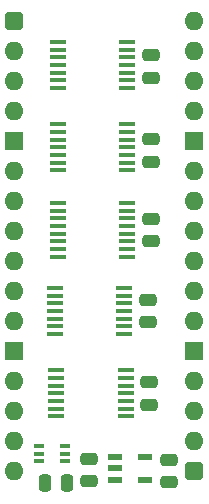
<source format=gts>
%TF.GenerationSoftware,KiCad,Pcbnew,9.0.2*%
%TF.CreationDate,2025-06-27T19:09:11+02:00*%
%TF.ProjectId,Device Decode stage B,44657669-6365-4204-9465-636f64652073,V0*%
%TF.SameCoordinates,Original*%
%TF.FileFunction,Soldermask,Top*%
%TF.FilePolarity,Negative*%
%FSLAX46Y46*%
G04 Gerber Fmt 4.6, Leading zero omitted, Abs format (unit mm)*
G04 Created by KiCad (PCBNEW 9.0.2) date 2025-06-27 19:09:11*
%MOMM*%
%LPD*%
G01*
G04 APERTURE LIST*
G04 Aperture macros list*
%AMRoundRect*
0 Rectangle with rounded corners*
0 $1 Rounding radius*
0 $2 $3 $4 $5 $6 $7 $8 $9 X,Y pos of 4 corners*
0 Add a 4 corners polygon primitive as box body*
4,1,4,$2,$3,$4,$5,$6,$7,$8,$9,$2,$3,0*
0 Add four circle primitives for the rounded corners*
1,1,$1+$1,$2,$3*
1,1,$1+$1,$4,$5*
1,1,$1+$1,$6,$7*
1,1,$1+$1,$8,$9*
0 Add four rect primitives between the rounded corners*
20,1,$1+$1,$2,$3,$4,$5,0*
20,1,$1+$1,$4,$5,$6,$7,0*
20,1,$1+$1,$6,$7,$8,$9,0*
20,1,$1+$1,$8,$9,$2,$3,0*%
G04 Aperture macros list end*
%ADD10RoundRect,0.250000X0.475000X-0.250000X0.475000X0.250000X-0.475000X0.250000X-0.475000X-0.250000X0*%
%ADD11R,1.150000X0.600000*%
%ADD12R,1.475000X0.450000*%
%ADD13RoundRect,0.250000X-0.475000X0.250000X-0.475000X-0.250000X0.475000X-0.250000X0.475000X0.250000X0*%
%ADD14R,1.450000X0.450000*%
%ADD15RoundRect,0.400000X-0.400000X-0.400000X0.400000X-0.400000X0.400000X0.400000X-0.400000X0.400000X0*%
%ADD16O,1.600000X1.600000*%
%ADD17R,1.600000X1.600000*%
%ADD18RoundRect,0.250000X0.250000X0.475000X-0.250000X0.475000X-0.250000X-0.475000X0.250000X-0.475000X0*%
%ADD19R,0.875000X0.450000*%
G04 APERTURE END LIST*
D10*
%TO.C,C10*%
X6350000Y-38907000D03*
X6350000Y-37007000D03*
%TD*%
D11*
%TO.C,IC1*%
X8479000Y-36896000D03*
X8479000Y-37846000D03*
X8479000Y-38796000D03*
X11079000Y-38796000D03*
X11079000Y-36896000D03*
%TD*%
D12*
%TO.C,IC16*%
X3666000Y-1733000D03*
X3666000Y-2383000D03*
X3666000Y-3033000D03*
X3666000Y-3683000D03*
X3666000Y-4333000D03*
X3666000Y-4983000D03*
X3666000Y-5633000D03*
X9542000Y-5633000D03*
X9542000Y-4983000D03*
X9542000Y-4333000D03*
X9542000Y-3683000D03*
X9542000Y-3033000D03*
X9542000Y-2383000D03*
X9542000Y-1733000D03*
%TD*%
%TO.C,IC3*%
X3649000Y-8718000D03*
X3649000Y-9368000D03*
X3649000Y-10018000D03*
X3649000Y-10668000D03*
X3649000Y-11318000D03*
X3649000Y-11968000D03*
X3649000Y-12618000D03*
X9525000Y-12618000D03*
X9525000Y-11968000D03*
X9525000Y-11318000D03*
X9525000Y-10668000D03*
X9525000Y-10018000D03*
X9525000Y-9368000D03*
X9525000Y-8718000D03*
%TD*%
D13*
%TO.C,C4*%
X11557000Y-16719000D03*
X11557000Y-18619000D03*
%TD*%
D14*
%TO.C,IC2*%
X3679000Y-15378000D03*
X3679000Y-16028000D03*
X3679000Y-16678000D03*
X3679000Y-17328000D03*
X3679000Y-17978000D03*
X3679000Y-18628000D03*
X3679000Y-19278000D03*
X3679000Y-19928000D03*
X9529000Y-19928000D03*
X9529000Y-19278000D03*
X9529000Y-18628000D03*
X9529000Y-17978000D03*
X9529000Y-17328000D03*
X9529000Y-16678000D03*
X9529000Y-16028000D03*
X9529000Y-15378000D03*
%TD*%
D13*
%TO.C,C5*%
X11557000Y-9988000D03*
X11557000Y-11888000D03*
%TD*%
%TO.C,C2*%
X11303000Y-23577000D03*
X11303000Y-25477000D03*
%TD*%
D15*
%TO.C,J1*%
X0Y0D03*
D16*
X0Y-2540000D03*
X0Y-5080000D03*
X0Y-7620000D03*
D17*
X0Y-10160000D03*
D16*
X0Y-12700000D03*
X0Y-15240000D03*
X0Y-17780000D03*
X0Y-20320000D03*
X0Y-22860000D03*
X0Y-25400000D03*
D17*
X0Y-27940000D03*
D16*
X0Y-30480000D03*
X0Y-33020000D03*
X0Y-35560000D03*
X0Y-38100000D03*
D15*
X15240000Y-38100000D03*
D16*
X15240000Y-35560000D03*
X15240000Y-33020000D03*
X15240000Y-30480000D03*
D17*
X15240000Y-27940000D03*
D16*
X15240000Y-25400000D03*
X15240000Y-22860000D03*
X15240000Y-20320000D03*
X15240000Y-17780000D03*
X15240000Y-15240000D03*
X15240000Y-12700000D03*
D17*
X15240000Y-10160000D03*
D16*
X15240000Y-7620000D03*
X15240000Y-5080000D03*
X15240000Y-2540000D03*
X15240000Y0D03*
%TD*%
D10*
%TO.C,C11*%
X13081000Y-39034000D03*
X13081000Y-37134000D03*
%TD*%
D18*
%TO.C,C3*%
X4490000Y-39116000D03*
X2590000Y-39116000D03*
%TD*%
D19*
%TO.C,IC4*%
X2116000Y-35958000D03*
X2116000Y-36608000D03*
X2116000Y-37258000D03*
X4240000Y-37258000D03*
X4240000Y-36608000D03*
X4240000Y-35958000D03*
%TD*%
D13*
%TO.C,C1*%
X11531600Y-2876000D03*
X11531600Y-4776000D03*
%TD*%
%TO.C,C9*%
X11430000Y-30562000D03*
X11430000Y-32462000D03*
%TD*%
D12*
%TO.C,IC5*%
X3539000Y-29546000D03*
X3539000Y-30196000D03*
X3539000Y-30846000D03*
X3539000Y-31496000D03*
X3539000Y-32146000D03*
X3539000Y-32796000D03*
X3539000Y-33446000D03*
X9415000Y-33446000D03*
X9415000Y-32796000D03*
X9415000Y-32146000D03*
X9415000Y-31496000D03*
X9415000Y-30846000D03*
X9415000Y-30196000D03*
X9415000Y-29546000D03*
%TD*%
%TO.C,IC6*%
X3412000Y-22561000D03*
X3412000Y-23211000D03*
X3412000Y-23861000D03*
X3412000Y-24511000D03*
X3412000Y-25161000D03*
X3412000Y-25811000D03*
X3412000Y-26461000D03*
X9288000Y-26461000D03*
X9288000Y-25811000D03*
X9288000Y-25161000D03*
X9288000Y-24511000D03*
X9288000Y-23861000D03*
X9288000Y-23211000D03*
X9288000Y-22561000D03*
%TD*%
M02*

</source>
